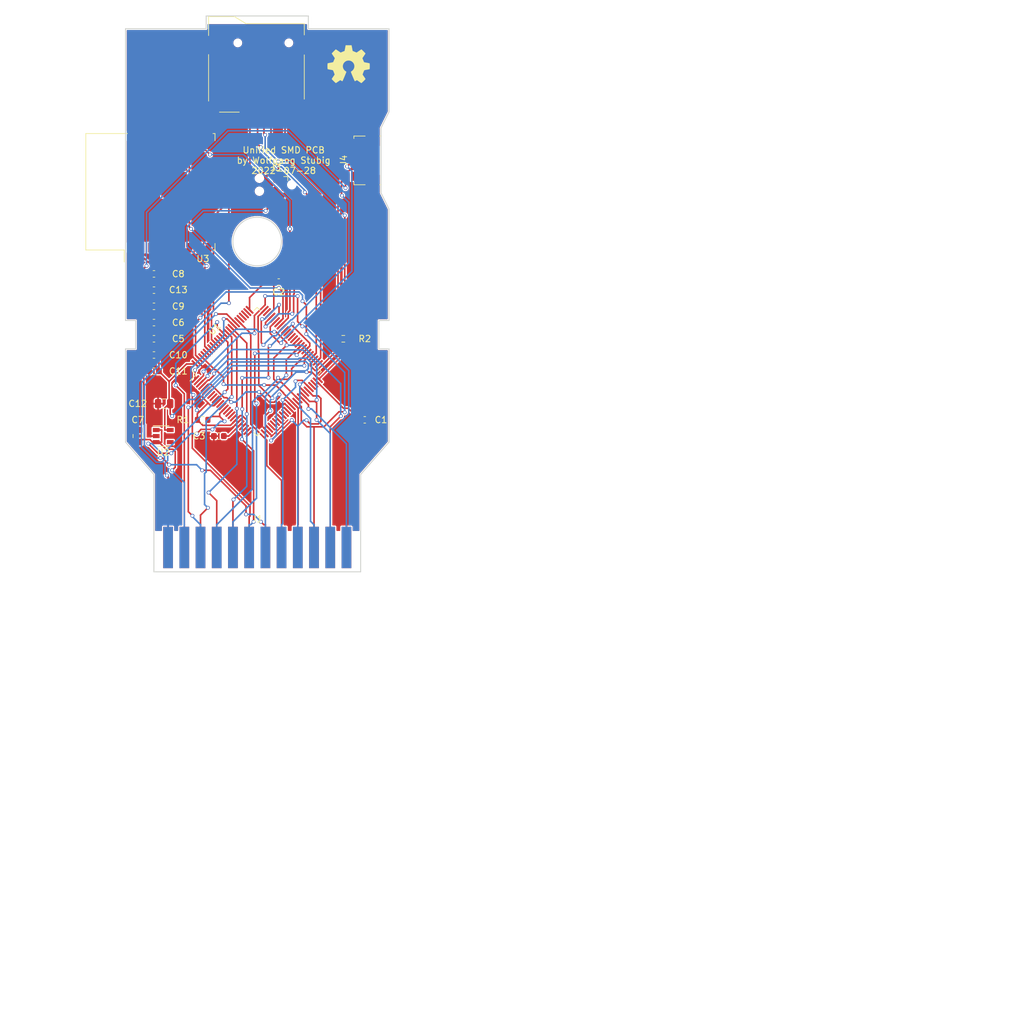
<source format=kicad_pcb>
(kicad_pcb (version 20211014) (generator pcbnew)
  (title_block (title "Unified SMD PCB") (rev "2"))
  (layers (0 "F.Cu" signal) (31 "B.Cu" signal) (34 "B.Paste" user) (35 "F.Paste" user) (36 "B.SilkS" user "B.Silkscreen") (37 "F.SilkS" user "F.Silkscreen") (38 "B.Mask" user) (39 "F.Mask" user) (44 "Edge.Cuts" user))
  (net 0 "")
  (net 1 "GND")
  (net 2 "Net-(C1-Pad1)")
  (net 3 "Net-(C2-Pad1)")
  (net 4 "Net-(C3-Pad1)")
  (net 5 "+3V3")
  (net 6 "+5V")
  (net 7 "/D4")
  (net 8 "/D3")
  (net 9 "/D2")
  (net 10 "/D1")
  (net 11 "/D0")
  (net 12 "/A0")
  (net 13 "/A1")
  (net 14 "/A2")
  (net 15 "/A3")
  (net 16 "/A4")
  (net 17 "/A5")
  (net 18 "/A6")
  (net 19 "/A7")
  (net 20 "/D5")
  (net 21 "/D6")
  (net 22 "/D7")
  (net 23 "/A12")
  (net 24 "/A10")
  (net 25 "/A11")
  (net 26 "/A9")
  (net 27 "/A8")
  (net 28 "/DO")
  (net 29 "/SCK")
  (net 30 "/DI")
  (net 31 "/CS")
  (net 32 "/SWDIO")
  (net 33 "/~{RST}")
  (net 34 "/SWCLK")
  (net 37 "/BOOT0")
  (net 92 "RxD")
  (net 93 "TxD")
  (net 94 "USBD-")
  (net 95 "USBD+")
  (net 97 "unconnected-(J4-Pad6)")
  (footprint "unocart-2600:2600-CARTRIDGE" (layer "F.Cu") (at 100 96.19)
    (fp_text reference "J1")
    (fp_text value "Conn_02x12_Counter_Clockwise" hide)
  )
  (footprint "Capacitor_SMD:C_0603_1608Metric" (layer "F.Cu") (at 83.82 63.5 180)
    (fp_text reference "C5")
    (fp_text value "100n")
  )
  (footprint "unocart-2600:microSD_HRO_TF_01A" (layer "F.Cu") (at 100 20.5 180)
    (fp_text reference "J2" hide)
    (fp_text value "Micro_SD_Card" hide)
  )
  (footprint "Resistor_SMD:R_0603_1608Metric" (layer "F.Cu") (at 113.475 63.5)
    (fp_text reference "R2")
    (fp_text value "10K")
  )
  (footprint "Package_TO_SOT_SMD:SOT-23-5" (layer "F.Cu") (at 85.27 78.74)
    (fp_text reference "U2")
    (fp_text value "MIC5504-3.3YM5")
  )
  (footprint "Capacitor_SMD:C_0805_2012Metric" (layer "F.Cu") (at 85.41 73.66 180)
    (fp_text reference "C12")
    (fp_text value "4.7u")
  )
  (footprint "Connector:Tag-Connect_TC2030-IDC-NL_2x03_P1.27mm_Vertical" (layer "F.Cu") (at 102.87 39.37 180)
    (fp_text reference "J3")
    (fp_text value "Conn_02x03_Odd_Even")
  )
  (footprint "Package_QFP:LQFP-100_14x14mm_P0.5mm" (layer "F.Cu") (at 99.98 68.635 45)
    (fp_text reference "U1")
    (fp_text value "STM32F407VGTx")
  )
  (footprint "Capacitor_SMD:C_0603_1608Metric" (layer "F.Cu") (at 83.82 68.58 180)
    (fp_text reference "C11")
    (fp_text value "100n")
  )
  (footprint "Resistor_SMD:R_0603_1608Metric" (layer "F.Cu") (at 91.44 76.2)
    (fp_text reference "R1")
    (fp_text value "10K")
  )
  (footprint "Capacitor_SMD:C_0603_1608Metric" (layer "F.Cu") (at 83.82 55.88 180)
    (fp_text reference "C13")
    (fp_text value "100n")
  )
  (footprint "Capacitor_SMD:C_0603_1608Metric" (layer "F.Cu") (at 83.82 60.96 180)
    (fp_text reference "C6")
    (fp_text value "100n")
  )
  (footprint "Capacitor_SMD:C_0603_1608Metric" (layer "F.Cu") (at 93.98 78.74 180)
    (fp_text reference "C3")
    (fp_text value "100n")
  )
  (footprint "Capacitor_SMD:C_0603_1608Metric" (layer "F.Cu") (at 103.365 54.61)
    (fp_text reference "C2")
    (fp_text value "2.2u")
  )
  (footprint "Capacitor_SMD:C_0603_1608Metric" (layer "F.Cu") (at 83.82 53.34 180)
    (fp_text reference "C8")
    (fp_text value "100n")
  )
  (footprint "Capacitor_SMD:C_0603_1608Metric" (layer "F.Cu") (at 83.82 66.04 180)
    (fp_text reference "C10")
    (fp_text value "100n")
  )
  (footprint "Capacitor_SMD:C_0603_1608Metric" (layer "F.Cu") (at 83.82 58.42 180)
    (fp_text reference "C9")
    (fp_text value "100n")
  )
  (footprint "Capacitor_SMD:C_0603_1608Metric" (layer "F.Cu") (at 116.84 76.2)
    (fp_text reference "C1")
    (fp_text value "2.2u")
  )
  (footprint "Capacitor_SMD:C_0805_2012Metric" (layer "F.Cu") (at 81.28 78.74 90)
    (fp_text reference "C7")
    (fp_text value "4.7u")
  )
  (footprint "Symbol:OSHW-Symbol_6.7x6mm_SilkScreen" (layer "F.Cu") (at 114.3 20.5)
    (fp_text reference "REF**" hide)
    (fp_text value "OSHW-Symbol_6.7x6mm_SilkScreen" hide)
  )
  (footprint "Connector_USB:USB_Micro-B_Molex_47346-0001" (layer "F.Cu") (at 116.84 35.56 90)
    (fp_text reference "J4")
    (fp_text value "USB_B_Micro")
  )
  (footprint "RF_Module:ESP-WROOM-02" (layer "F.Cu") (at 86.36 40.47 90)
    (fp_text reference "U3")
    (fp_text value "ESP-WROOM-02")
  )
  (gr_line (start 116.1925 84.76) (end 116.1925 100) (layer "Edge.Cuts") (width 0.15))
  (gr_line (start 108 14.93) (end 120.6375 14.93) (layer "Edge.Cuts") (width 0.15))
  (gr_line (start 92 12.93) (end 92 14.93) (layer "Edge.Cuts") (width 0.15))
  (gr_line (start 108 12.93) (end 108 14.93) (layer "Edge.Cuts") (width 0.15))
  (gr_line (start 120.6375 27.94) (end 120.6375 14.93) (layer "Edge.Cuts") (width 0.15))
  (gr_line (start 79.3625 60.63) (end 79.3625 14.93) (layer "Edge.Cuts") (width 0.15))
  (gr_line (start 79.3625 79.68) (end 79.3625 65.075) (layer "Edge.Cuts") (width 0.15))
  (gr_circle (center 99.98 48.26) (end 103.79 48.26) (layer "Edge.Cuts") (width 0.15) (fill none))
  (gr_line (start 119.38 30.48) (end 120.6375 27.94) (layer "Edge.Cuts") (width 0.15))
  (gr_line (start 80.95 65.075) (end 80.95 60.63) (layer "Edge.Cuts") (width 0.15))
  (gr_line (start 119.38 40.64) (end 120.6375 43.18) (layer "Edge.Cuts") (width 0.15))
  (gr_line (start 83.8075 100) (end 83.8075 84.76) (layer "Edge.Cuts") (width 0.15))
  (gr_line (start 83.8075 100) (end 116.1925 100) (layer "Edge.Cuts") (width 0.15))
  (gr_line (start 92 12.93) (end 108 12.93) (layer "Edge.Cuts") (width 0.15))
  (gr_line (start 80.95 60.63) (end 79.3625 60.63) (layer "Edge.Cuts") (width 0.15))
  (gr_line (start 120.6375 65.075) (end 120.6375 79.68) (layer "Edge.Cuts") (width 0.15))
  (gr_line (start 83.8075 84.76) (end 79.3625 79.68) (layer "Edge.Cuts") (width 0.15))
  (gr_line (start 79.3625 65.075) (end 80.95 65.075) (layer "Edge.Cuts") (width 0.15))
  (gr_line (start 79.3625 14.93) (end 92 14.93) (layer "Edge.Cuts") (width 0.15))
  (gr_line (start 120.6375 60.63) (end 120.6375 43.18) (layer "Edge.Cuts") (width 0.15))
  (gr_line (start 119.05 60.63) (end 119.05 65.075) (layer "Edge.Cuts") (width 0.15))
  (gr_line (start 120.6375 60.63) (end 119.05 60.63) (layer "Edge.Cuts") (width 0.15))
  (gr_line (start 120.6375 79.68) (end 116.1925 84.76) (layer "Edge.Cuts") (width 0.15))
  (gr_line (start 119.05 65.075) (end 120.6375 65.075) (layer "Edge.Cuts") (width 0.15))
  (gr_line (start 119.38 30.48) (end 119.38 40.64) (layer "Edge.Cuts") (width 0.15))
  (gr_text "Unified SMD PCB\nby Wolfgang Stubig\n2022-07-28" (at 104.14 35.56) (layer "F.SilkS") (effects (font (size 1 1))))
  (segment (start 113.97 92.2532) (end 113.97 96.19) (width 0.25) (layer "F.Cu") (net 1))
  (segment (start 86.03 92.0176) (end 86.03 96.19) (width 0.25) (layer "B.Cu") (net 1))
  (segment (start 114.2513 74.3863) (end 113.5094 74.3863) (width 0.25) (layer "F.Cu") (net 2))
  (segment (start 113.5094 74.3863) (end 109.2961 70.173) (width 0.25) (layer "F.Cu") (net 2))
  (segment (start 116.065 76.2) (end 114.2513 74.3863) (width 0.25) (layer "F.Cu") (net 2))
  (segment (start 102.59 54.61) (end 102.59 58.9539) (width 0.25) (layer "F.Cu") (net 3))
  (segment (start 102.59 58.9539) (end 101.8715 59.6724) (width 0.25) (layer "F.Cu") (net 3))
  (segment (start 95.5319 78.74) (end 97.3814 76.8905) (width 0.25) (layer "F.Cu") (net 4))
  (segment (start 94.755 78.74) (end 95.5319 78.74) (width 0.25) (layer "F.Cu") (net 4))
  (segment (start 101.253 75.5727) (end 101.253 76.9791) (width 0.25) (layer "F.Cu") (net 5))
  (segment (start 102.0392 74.7865) (end 101.253 75.5727) (width 0.25) (layer "F.Cu") (net 5))
  (segment (start 100.179 65.4849) (end 100.179 62.3765) (width 0.25) (layer "F.Cu") (net 5))
  (segment (start 81.86 48.1449) (end 80.36 48.1449) (width 0.25) (layer "F.Cu") (net 5))
  (segment (start 91.4586 72.7227) (end 91.4586 72.2067) (width 0.25) (layer "F.Cu") (net 5))
  (segment (start 100.239 70.7938) (end 100.239 65.5449) (width 0.25) (layer "F.Cu") (net 5))
  (segment (start 100.1315 59.9982) (end 101.1644 58.9653) (width 0.25) (layer "F.Cu") (net 5))
  (segment (start 93.2177 73.983) (end 92.7189 73.983) (width 0.25) (layer "F.Cu") (net 5))
  (segment (start 80.36 49.22) (end 80.36 48.1449) (width 0.25) (layer "F.Cu") (net 5))
  (segment (start 84.595 53.34) (end 84.595 53.2068) (width 0.25) (layer "F.Cu") (net 5))
  (segment (start 92.2937 73.5577) (end 91.4586 72.7227) (width 0.25) (layer "F.Cu") (net 5))
  (segment (start 90.3103 67.4506) (end 88.915 67.4506) (width 0.25) (layer "F.Cu") (net 5))
  (segment (start 98.3658 76.6131) (end 98.3658 76.2537) (width 0.25) (layer "F.Cu") (net 5))
  (segment (start 81.86 49.17) (end 81.86 49.22) (width 0.25) (layer "F.Cu") (net 5))
  (segment (start 81.86 49.17) (end 81.86 48.1449) (width 0.25) (layer "F.Cu") (net 5))
  (segment (start 82.911 51.4561) (end 82.8443 51.4561) (width 0.25) (layer "F.Cu") (net 5))
  (segment (start 101.05 31.3784) (end 101.2352 31.5636) (width 0.25) (layer "F.Cu") (net 5))
  (segment (start 113.7018 44.1857) (end 113.7018 62.9018) (width 0.25) (layer "F.Cu") (net 5))
  (segment (start 104.14 38.735) (end 103.3112 37.9062) (width 0.25) (layer "F.Cu") (net 5))
  (segment (start 86.36 73.66) (end 86.1903 73.66) (width 0.25) (layer "F.Cu") (net 5))
  (segment (start 84.595 53.34) (end 84.595 55.88) (width 0.25) (layer "F.Cu") (net 5))
  (segment (start 84.595 58.42) (end 84.595 60.96) (width 0.25) (layer "F.Cu") (net 5))
  (segment (start 84.595 58.42) (end 84.595 55.88) (width 0.25) (layer "F.Cu") (net 5))
  (segment (start 86.36 75.298) (end 86.36 73.66) (width 0.25) (layer "F.Cu") (net 5))
  (segment (start 85.5149 74.3354) (end 86.1903 73.66) (width 0.25) (layer "F.Cu") (net 5))
  (segment (start 88.915 67.4506) (end 86.1903 70.1753) (width 0.25) (layer "F.Cu") (net 5))
  (segment (start 109.6497 69.8194) (end 108.5502 68.7199) (width 0.25) (layer "F.Cu") (net 5))
  (segment (start 84.595 68.58) (end 84.595 66.04) (width 0.25) (layer "F.Cu") (net 5))
  (segment (start 113.7018 62.9018) (end 114.3 63.5) (width 0.25) (layer "F.Cu") (net 5))
  (segment (start 90.615 75.2364) (end 90.8464 75.005) (width 0.25) (layer "F.Cu") (net 5))
  (segment (start 97.6484 75.5363) (end 97.3214 75.5363) (width 0.25) (layer "F.Cu") (net 5))
  (segment (start 97.3214 75.5363) (end 96.6743 76.1834) (width 0.25) (layer "F.Cu") (net 5))
  (segment (start 91.475 77.06) (end 95.7977 77.06) (width 0.25) (layer "F.Cu") (net 5))
  (segment (start 82.8443 51.4561) (end 81.86 50.4718) (width 0.25) (layer "F.Cu") (net 5))
  (segment (start 114.3 65.1691) (end 109.6497 69.8194) (width 0.25) (layer "F.Cu") (net 5))
  (segment (start 90.615 76.2) (end 91.475 77.06) (width 0.25) (layer "F.Cu") (net 5))
  (segment (start 101.05 27.95) (end 101.05 31.3784) (width 0.25) (layer "F.Cu") (net 5))
  (segment (start 83.2771 51.8222) (end 82.911 51.4561) (width 0.25) (layer "F.Cu") (net 5))
  (segment (start 95.7977 77.06) (end 96.6743 76.1834) (width 0.25) (layer "F.Cu") (net 5))
  (segment (start 91.4586 72.2067) (end 92.0781 71.5872) (width 0.25) (layer "F.Cu") (net 5))
  (segment (start 86.37 77.79) (end 85.5149 77.79) (width 0.25) (layer "F.Cu") (net 5))
  (segment (start 102.2377 72.7925) (end 100.239 70.7938) (width 0.25) (layer "F.Cu") (net 5))
  (segment (start 90.615 76.2) (end 90.615 75.2364) (width 0.25) (layer "F.Cu") (net 5))
  (segment (start 100.179 62.3765) (end 100.1315 62.329) (width 0.25) (layer "F.Cu") (net 5))
  (segment (start 102.359 72.7925) (end 102.2377 72.7925) (width 0.25) (layer "F.Cu") (net 5))
  (segment (start 93.8458 73.3549) (end 93.2177 73.983) (width 0.25) (layer "F.Cu") (net 5))
  (segment (start 97.7349 77.244) (end 98.3658 76.6131) (width 0.25) (layer "F.Cu") (net 5))
  (segment (start 86.1903 70.1753) (end 84.595 68.58) (width 0.25) (layer "F.Cu") (net 5))
  (segment (start 98.3658 76.2537) (end 97.6484 75.5363) (width 0.25) (layer "F.Cu") (net 5))
  (segment (start 100.239 65.5449) (end 100.179 65.4849) (width 0.25) (layer "F.Cu") (net 5))
  (segment (start 84.595 66.04) (end 84.595 63.5) (width 0.25) (layer "F.Cu") (net 5))
  (segment (start 90.8464 75.005) (end 92.2937 73.5577) (width 0.25) (layer "F.Cu") (net 5))
  (segment (start 81.86 50.4718) (end 81.86 49.22) (width 0.25) (layer "F.Cu") (net 5))
  (segment (start 86.669 75.607) (end 86.36 75.298) (width 0.25) (layer "F.Cu") (net 5))
  (segment (start 90.8464 75.005) (end 90.5343 74.6929) (width 0.25) (layer "F.Cu") (net 5))
  (segment (start 92.7189 73.983) (end 92.2937 73.5577) (width 0.25) (layer "F.Cu") (net 5))
  (segment (start 108.5502 68.7199) (end 107.7213 68.7199) (width 0.25) (layer "F.Cu") (net 5))
  (segment (start 114.3 63.5) (end 114.3 65.1691) (width 0.25) (layer "F.Cu") (net 5))
  (segment (start 85.5149 77.79) (end 85.5149 74.3354) (width 0.25) (layer "F.Cu") (net 5))
  (segment (start 103.3112 37.9062) (end 103.3112 35.7541) (width 0.25) (layer "F.Cu") (net 5))
  (segment (start 86.1903 73.66) (end 86.1903 70.1753) (width 0.25) (layer "F.Cu") (net 5))
  (segment (start 84.595 60.96) (end 84.595 63.5) (width 0.25) (layer "F.Cu") (net 5))
  (segment (start 100.1315 62.329) (end 100.1315 59.9982) (width 0.25) (layer "F.Cu") (net 5))
  (segment (start 83.2771 51.8889) (end 83.2771 51.8222) (width 0.25) (layer "F.Cu") (net 5))
  (segment (start 101.253 76.9791) (end 101.8715 77.5976) (width 0.25) (layer "F.Cu") (net 5))
  (segment (start 84.595 53.2068) (end 83.2771 51.8889) (width 0.25) (layer "F.Cu") (net 5))
  (via (at 113.7018 44.1857) (size 0.6) (drill 0.4) (layers "F.Cu" "B.Cu") (net 5))
  (via (at 107.7213 68.7199) (size 0.6) (drill 0.4) (layers "F.Cu" "B.Cu") (net 5))
  (via (at 103.3112 35.7541) (size 0.6) (drill 0.4) (layers "F.Cu" "B.Cu") (net 5))
  (via (at 101.2352 31.5636) (size 0.6) (drill 0.4) (layers "F.Cu" "B.Cu") (net 5))
  (via (at 102.359 72.7925) (size 0.6) (drill 0.4) (layers "F.Cu" "B.Cu") (net 5))
  (via (at 90.5343 74.6929) (size 0.6) (drill 0.4) (layers "F.Cu" "B.Cu") (net 5))
  (via (at 102.0392 74.7865) (size 0.6) (drill 0.4) (layers "F.Cu" "B.Cu") (net 5))
  (via (at 86.669 75.607) (size 0.6) (drill 0.4) (layers "F.Cu" "B.Cu") (net 5))
  (segment (start 102.359 72.4521) (end 102.359 72.7925) (width 0.25) (layer "B.Cu") (net 5))
  (segment (start 105.2702 35.7541) (end 103.3112 35.7541) (width 0.25) (layer "B.Cu") (net 5))
  (segment (start 101.2352 33.6781) (end 103.3112 35.7541) (width 0.25) (layer "B.Cu") (net 5))
  (segment (start 90.5343 74.6929) (end 90.5343 73.9002) (width 0.25) (layer "B.Cu") (net 5))
  (segment (start 107.5815 67.0423) (end 107.9957 67.4565) (width 0.25) (layer "B.Cu") (net 5))
  (segment (start 90.5343 73.9002) (end 95.8989 68.5356) (width 0.25) (layer "B.Cu") (net 5))
  (segment (start 102.0392 73.1123) (end 102.0392 74.7865) (width 0.25) (layer "B.Cu") (net 5))
  (segment (start 107.9957 67.4565) (end 107.9957 68.1695) (width 0.25) (layer "B.Cu") (net 5))
  (segment (start 95.8989 68.5356) (end 107.6296 68.5356) (width 0.25) (layer "B.Cu") (net 5))
  (segment (start 96.0309 67.1303) (end 106.6226 67.1303) (width 0.25) (layer "B.Cu") (net 5))
  (segment (start 107.9957 68.1695) (end 107.6296 68.5356) (width 0.25) (layer "B.Cu") (net 5))
  (segment (start 106.7106 67.0423) (end 107.5815 67.0423) (width 0.25) (layer "B.Cu") (net 5))
  (segment (start 106.0912 68.7199) (end 102.359 72.4521) (width 0.25) (layer "B.Cu") (net 5))
  (segment (start 86.669 75.607) (end 89.276 73) (width 0.25) (layer "B.Cu") (net 5))
  (segment (start 89.276 73) (end 90.1612 73) (width 0.25) (layer "B.Cu") (net 5))
  (segment (start 107.6296 68.7199) (end 106.0912 68.7199) (width 0.25) (layer "B.Cu") (net 5))
  (segment (start 113.7018 44.1857) (end 105.2702 35.7541) (width 0.25) (layer "B.Cu") (net 5))
  (segment (start 102.359 72.7925) (end 102.0392 73.1123) (width 0.25) (layer "B.Cu") (net 5))
  (segment (start 106.6226 67.1303) (end 106.7106 67.0423) (width 0.25) (layer "B.Cu") (net 5))
  (segment (start 107.6296 68.7199) (end 107.7213 68.7199) (width 0.25) (layer "B.Cu") (net 5))
  (segment (start 101.2352 31.5636) (end 101.2352 33.6781) (width 0.25) (layer "B.Cu") (net 5))
  (segment (start 107.6296 68.5356) (end 107.6296 68.7199) (width 0.25) (layer "B.Cu") (net 5))
  (segment (start 90.1612 73) (end 96.0309 67.1303) (width 0.25) (layer "B.Cu") (net 5))
  (segment (start 113.8219 37.7235) (end 113.8219 39.8883) (width 0.25) (layer "F.Cu") (net 6))
  (segment (start 86.669 84.1005) (end 87.1543 83.6152) (width 0.25) (layer "F.Cu") (net 6))
  (segment (start 84.5976 79.69) (end 85.0251 79.69) (width 0.25) (layer "F.Cu") (net 6))
  (segment (start 82.652 52.0812) (end 82.2201 52.5131) (width 0.25) (layer "F.Cu") (net 6))
  (segment (start 84.17 77.79) (end 85.0251 77.79) (width 0.25) (layer "F.Cu") (net 6))
  (segment (start 86.7882 80.8078) (end 85.7154 80.8078) (width 0.25) (layer "F.Cu") (net 6))
  (segment (start 83.1916 79.2899) (end 82.3415 79.2899) (width 0.25) (layer "F.Cu") (net 6))
  (segment (start 82.2201 52.5131) (end 82.2201 76.8652) (width 0.25) (layer "F.Cu") (net 6))
  (segment (start 85.0251 77.79) (end 85.0251 79.69) (width 0.25) (layer "F.Cu") (net 6))
  (segment (start 83.5917 79.69) (end 83.1916 79.2899) (width 0.25) (layer "F.Cu") (net 6))
  (segment (start 84.17 79.69) (end 83.5917 79.69) (width 0.25) (layer "F.Cu") (net 6))
  (segment (start 87.1543 83.6152) (end 87.1543 81.1739) (width 0.25) (layer "F.Cu") (net 6))
  (segment (start 84.17 79.69) (end 84.5976 79.69) (width 0.25) (layer "F.Cu") (net 6))
  (segment (start 114.6854 36.86) (end 113.8219 37.7235) (width 0.25) (layer "F.Cu") (net 6))
  (segment (start 82.2201 76.8652) (end 82.3415 76.9866) (width 0.25) (layer "F.Cu") (net 6))
  (segment (start 87.1543 81.1739) (end 86.7882 80.8078) (width 0.25) (layer "F.Cu") (net 6))
  (segment (start 82.3415 79.2899) (end 81.6801 79.2899) (width 0.25) (layer "F.Cu") (net 6))
  (segment (start 82.3415 76.9866) (end 82.3415 79.2899) (width 0.25) (layer "F.Cu") (net 6))
  (segment (start 115.38 36.86) (end 114.6854 36.86) (width 0.25) (layer "F.Cu") (net 6))
  (segment (start 85.7154 80.8078) (end 84.5976 79.69) (width 0.25) (layer "F.Cu") (net 6))
  (segment (start 81.6801 79.2899) (end 81.28 79.69) (width 0.25) (layer "F.Cu") (net 6))
  (via (at 82.652 52.0812) (size 0.6) (drill 0.4) (layers "F.Cu" "B.Cu") (net 6))
  (via (at 113.8219 39.8883) (size 0.6) (drill 0.4) (layers "F.Cu" "B.Cu") (net 6))
  (via (at 86.669 84.1005) (size 0.6) (drill 0.4) (layers "F.Cu" "B.Cu") (net 6))
  (segment (start 104.8589 30.9253) (end 95.4143 30.9253) (width 0.25) (layer "B.Cu") (net 6))
  (segment (start 113.8219 39.8883) (end 104.8589 30.9253) (width 0.25) (layer "B.Cu") (net 6))
  (segment (start 88.57 96.19) (end 88.57 92.6264) (width 0.25) (layer "B.Cu") (net 6))
  (segment (start 95.4143 30.9253) (end 82.652 43.6876) (width 0.25) (layer "B.Cu") (net 6))
  (segment (start 88.57 92.6264) (end 88.57 86.0015) (width 0.25) (layer "B.Cu") (net 6))
  (segment (start 82.652 43.6876) (end 82.652 52.0812) (width 0.25) (layer "B.Cu") (net 6))
  (segment (start 88.57 86.0015) (end 86.669 84.1005) (width 0.25) (layer "B.Cu") (net 6))
  (segment (start 91.0354 70.5265) (end 91.0174 70.5265) (width 0.25) (layer "F.Cu") (net 7))
  (segment (start 92.2104 69.3515) (end 91.0354 70.5265) (width 0.25) (layer "F.Cu") (net 7))
  (segment (start 109.2978 73.5487) (end 109.2978 76.2077) (width 0.25) (layer "F.Cu") (net 7))
  (segment (start 107.1748 72.2943) (end 108.201 73.3205) (width 0.25) (layer "F.Cu") (net 7))
  (segment (start 109.0696 73.3205) (end 109.2978 73.5487) (width 0.25) (layer "F.Cu") (net 7))
  (segment (start 108.201 73.3205) (end 109.0696 73.3205) (width 0.25) (layer "F.Cu") (net 7))
  (segment (start 109.0696 73.3205) (end 109.3115 73.0786) (width 0.25) (layer "F.Cu") (net 7))
  (via (at 92.2104 69.3515) (size 0.6) (drill 0.4) (layers "F.Cu" "B.Cu") (net 7))
  (via (at 109.2978 76.2077) (size 0.6) (drill 0.4) (layers "F.Cu" "B.Cu") (net 7))
  (via (at 109.3115 73.0786) (size 0.6) (drill 0.4) (layers "F.Cu" "B.Cu") (net 7))
  (segment (start 96.1251 65.1787) (end 92.2104 69.0934) (width 0.25) (layer "B.Cu") (net 7))
  (segment (start 101.7024 65.2434) (end 101.6377 65.1787) (width 0.25) (layer "B.Cu") (net 7))
  (segment (start 92.2104 69.0934) (end 92.2104 69.3515) (width 0.25) (layer "B.Cu") (net 7))
  (segment (start 107.1459 65.2434) (end 101.7024 65.2434) (width 0.25) (layer "B.Cu") (net 7))
  (segment (start 101.6377 65.1787) (end 96.1251 65.1787) (width 0.25) (layer "B.Cu") (net 7))
  (segment (start 109.2978 76.2077) (end 111.43 78.3399) (width 0.25) (layer "B.Cu") (net 7))
  (segment (start 111.43 78.3399) (end 111.43 96.19) (width 0.25) (layer "B.Cu") (net 7))
  (segment (start 109.3115 67.409) (end 107.1459 65.2434) (width 0.25) (layer "B.Cu") (net 7))
  (segment (start 109.3115 73.0786) (end 109.3115 67.409) (width 0.25) (layer "B.Cu") (net 7))
  (segment (start 107.0657 61.5444) (end 106.3199 60.7986) (width 0.25) (layer "F.Cu") (net 8))
  (segment (start 101.2329 56.809) (end 101.2329 58.1899) (width 0.25) (layer "F.Cu") (net 8))
  (segment (start 99.5539 59.8689) (end 99.5539 62.6355) (width 0.25) (layer "F.Cu") (net 8))
  (segment (start 101.2329 58.1899) (end 99.5539 59.8689) (width 0.25) (layer "F.Cu") (net 8))
  (segment (start 106.3199 60.7986) (end 106.3199 56.809) (width 0.25) (layer "F.Cu") (net 8))
  (segment (start 108.0225 73.849) (end 108.0225 74.486) (width 0.25) (layer "F.Cu") (net 8))
  (segment (start 91.5774 69.2595) (end 90.6639 70.173) (width 0.25) (layer "F.Cu") (net 8))
  (segment (start 91.5774 68.642) (end 91.5774 69.2595) (width 0.25) (layer "F.Cu") (net 8))
  (segment (start 106.8213 72.6478) (end 108.0225 73.849) (width 0.25) (layer "F.Cu") (net 8))
  (via (at 99.5539 62.6355) (size 0.6) (drill 0.4) (layers "F.Cu" "B.Cu") (net 8))
  (via (at 101.2329 56.809) (size 0.6) (drill 0.4) (layers "F.Cu" "B.Cu") (net 8))
  (via (at 91.5774 68.642) (size 0.6) (drill 0.4) (layers "F.Cu" "B.Cu") (net 8))
  (via (at 107.0657 61.5444) (size 0.6) (drill 0.4) (layers "F.Cu" "B.Cu") (net 8))
  (via (at 108.0225 74.486) (size 0.6) (drill 0.4) (layers "F.Cu" "B.Cu") (net 8))
  (via (at 106.3199 56.809) (size 0.6) (drill 0.4) (layers "F.Cu" "B.Cu") (net 8))
  (segment (start 107.4021 61.5444) (end 114.3384 68.4807) (width 0.25) (layer "B.Cu") (net 8))
  (segment (start 113.97 79.956) (end 113.97 96.19) (width 0.25) (layer "B.Cu") (net 8))
  (segment (start 97.5839 62.6355) (end 91.5774 68.642) (width 0.25) (layer "B.Cu") (net 8))
  (segment (start 107.0657 61.5444) (end 107.4021 61.5444) (width 0.25) (layer "B.Cu") (net 8))
  (segment (start 114.3384 75.2696) (end 111.811 77.797) (width 0.25) (layer "B.Cu") (net 8))
  (segment (start 114.3384 68.4807) (end 114.3384 75.2696) (width 0.25) (layer "B.Cu") (net 8))
  (segment (start 99.5539 62.6355) (end 97.5839 62.6355) (width 0.25) (layer "B.Cu") (net 8))
  (segment (start 106.3199 56.809) (end 101.2329 56.809) (width 0.25) (layer "B.Cu") (net 8))
  (segment (start 111.811 77.797) (end 113.97 79.956) (width 0.25) (layer "B.Cu") (net 8))
  (segment (start 108.0225 74.486) (end 108.5 74.486) (width 0.25) (layer "B.Cu") (net 8))
  (segment (start 108.5 74.486) (end 111.811 77.797) (width 0.25) (layer "B.Cu") (net 8))
  (segment (start 113.0889 75.617) (end 111.43 77.2759) (width 0.25) (layer "F.Cu") (net 9))
  (segment (start 103.7708 70.3045) (end 103.061 70.3045) (width 0.25) (layer "F.Cu") (net 9))
  (segment (start 102.6584 62.4069) (end 102.9253 62.4069) (width 0.25) (layer "F.Cu") (net 9))
  (segment (start 103.061 70.3045) (end 102.5864 69.8299) (width 0.25) (layer "F.Cu") (net 9))
  (segment (start 90.3103 69.8194) (end 90.2363 69.7454) (width 0.25) (layer "F.Cu") (net 9))
  (segment (start 90.2363 69.7454) (end 90.2363 68.4073) (width 0.25) (layer "F.Cu") (net 9))
  (segment (start 102.5864 69.8299) (end 102.5864 66.5283) (width 0.25) (layer "F.Cu") (net 9))
  (segment (start 102.5864 66.5283) (end 104.6065 64.5082) (width 0.25) (layer "F.Cu") (net 9))
  (segment (start 102.9253 62.4069) (end 104.6065 64.0881) (width 0.25) (layer "F.Cu") (net 9))
  (segment (start 111.43 77.2759) (end 111.43 96.19) (width 0.25) (layer "F.Cu") (net 9))
  (segment (start 104.6065 64.0881) (end 104.6065 64.5082) (width 0.25) (layer "F.Cu") (net 9))
  (segment (start 106.4677 73.0014) (end 103.7708 70.3045) (width 0.25) (layer "F.Cu") (net 9))
  (via (at 90.2363 68.4073) (size 0.6) (drill 0.4) (layers "F.Cu" "B.Cu") (net 9))
  (via (at 102.6584 62.4069) (size 0.6) (drill 0.4) (layers "F.Cu" "B.Cu") (net 9))
  (via (at 104.6065 64.5082) (size 0.6) (drill 0.4) (layers "F.Cu" "B.Cu") (net 9))
  (via (at 113.0889 75.617) (size 0.6) (drill 0.4) (layers "F.Cu" "B.Cu") (net 9))
  (segment (start 102.6584 62.4069) (end 100.2094 62.4069) (width 0.25) (layer "B.Cu") (net 9))
  (segment (start 107.056 64.5082) (end 113.0701 70.5223) (width 0.25) (layer "B.Cu") (net 9))
  (segment (start 100.2094 62.4069) (end 99.8129 62.0104) (width 0.25) (layer "B.Cu") (net 9))
  (segment (start 99.8129 62.0104) (end 96.6332 62.0104) (width 0.25) (layer "B.Cu") (net 9))
  (segment (start 104.6065 64.5082) (end 107.056 64.5082) (width 0.25) (layer "B.Cu") (net 9))
  (segment (start 113.0701 70.5223) (end 113.0701 75.5982) (width 0.25) (layer "B.Cu") (net 9))
  (segment (start 113.0701 75.5982) (end 113.0889 75.617) (width 0.25) (layer "B.Cu") (net 9))
  (segment (start 96.6332 62.0104) (end 90.2363 68.4073) (width 0.25) (layer "B.Cu") (net 9))
  (segment (start 113.6952 75.0114) (end 113.6093 74.9255) (width 0.25) (layer "F.Cu") (net 10))
  (segment (start 108.89 77.286) (end 108.89 92.6264) (width 0.25) (layer "F.Cu") (net 10))
  (segment (start 90.3324 66.0585) (end 90.3324 60.9552) (width 0.25) (layer "F.Cu") (net 10))
  (segment (start 106.8994 76.4152) (end 106.8994 74.1401) (width 0.25) (layer "F.Cu") (net 10))
  (segment (start 90.3324 60.9552) (end 91.0798 60.2078) (width 0.25) (layer "F.Cu") (net 10))
  (segment (start 91.0174 66.7435) (end 90.3324 66.0585) (width 0.25) (layer "F.Cu") (net 10))
  (segment (start 108.89 77.286) (end 107.7702 77.286) (width 0.25) (layer "F.Cu") (net 10))
  (segment (start 107.6908 62.7458) (end 107.6908 58.2031) (width 0.25) (layer "F.Cu") (net 10))
  (segment (start 108.89 96.19) (end 108.89 92.6264) (width 0.25) (layer "F.Cu") (net 10))
  (segment (start 106.8994 74.1401) (end 106.1142 73.3549) (width 0.25) (layer "F.Cu") (net 10))
  (segment (start 107.6759 62.7607) (end 107.6908 62.7458) (width 0.25) (layer "F.Cu") (net 10))
  (segment (start 113.6093 74.9255) (end 112.8072 74.9255) (width 0.25) (layer "F.Cu") (net 10))
  (segment (start 107.6908 58.2031) (end 107.0961 57.6084) (width 0.25) (layer "F.Cu") (net 10))
  (segment (start 112.8072 74.9255) (end 110.4467 77.286) (width 0.25) (layer "F.Cu") (net 10))
  (segment (start 107.7702 77.286) (end 106.8994 76.4152) (width 0.25) (layer "F.Cu") (net 10))
  (segment (start 110.4467 77.286) (end 108.89 77.286) (width 0.25) (layer "F.Cu") (net 10))
  (via (at 107.6759 62.7607) (size 0.6) (drill 0.4) (layers "F.Cu" "B.Cu") (net 10))
  (via (at 91.0798 60.2078) (size 0.6) (drill 0.4) (layers "F.Cu" "B.Cu") (net 10))
  (via (at 113.6952 75.0114) (size 0.6) (drill 0.4) (layers "F.Cu" "B.Cu") (net 10))
  (via (at 107.0961 57.6084) (size 0.6) (drill 0.4) (layers "F.Cu" "B.Cu") (net 10))
  (segment (start 95.1187 56.1689) (end 91.0798 60.2078) (width 0.25) (layer "B.Cu") (net 10))
  (segment (start 107.0961 56.7011) (end 106.5639 56.1689) (width 0.25) (layer "B.Cu") (net 10))
  (segment (start 107.0961 57.6084) (end 107.0961 56.7011) (width 0.25) (layer "B.Cu") (net 10))
  (segment (start 107.6759 62.7607) (end 113.6952 68.78) (width 0.25) (layer "B.Cu") (net 10))
  (segment (start 113.6952 68.78) (end 113.6952 75.0114) (width 0.25) (layer "B.Cu") (net 10))
  (segment (start 106.5639 56.1689) (end 95.1187 56.1689) (width 0.25) (layer "B.Cu") (net 10))
  (segment (start 93.3157 68.3346) (end 91.371 66.3899) (width 0.25) (layer "F.Cu") (net 11))
  (segment (start 101.0889 70.7546) (end 102.8774 70.7546) (width 0.25) (layer "F.Cu") (net 11))
  (segment (start 101.0702 70.7359) (end 101.0889 70.7546) (width 0.25) (layer "F.Cu") (net 11))
  (segment (start 102.8774 70.7546) (end 104.0987 71.9759) (width 0.25) (layer "F.Cu") (net 11))
  (segment (start 104.0987 71.9759) (end 104.0987 72.0466) (width 0.25) (layer "F.Cu") (net 11))
  (segment (start 94.7195 70.5994) (end 94.7195 69.5572) (width 0.25) (layer "F.Cu") (net 11))
  (segment (start 93.4969 68.3346) (end 93.3157 68.3346) (width 0.25) (layer "F.Cu") (net 11))
  (segment (start 106.4016 92.5748) (end 106.35 92.6264) (width 0.25) (layer "F.Cu") (net 11))
  (segment (start 105.7606 73.7085) (end 106.4016 74.3495) (width 0.25) (layer "F.Cu") (net 11))
  (segment (start 106.4016 74.3495) (end 106.4016 92.5748) (width 0.25) (layer "F.Cu") (net 11))
  (segment (start 104.0987 72.0466) (end 105.7606 73.7085) (width 0.25) (layer "F.Cu") (net 11))
  (segment (start 106.35 96.19) (end 106.35 92.6264) (width 0.25) (layer "F.Cu") (net 11))
  (segment (start 94.7195 69.5572) (end 93.4969 68.3346) (width 0.25) (layer "F.Cu") (net 11))
  (via (at 101.0702 70.7359) (size 0.6) (drill 0.4) (layers "F.Cu" "B.Cu") (net 11))
  (via (at 94.7195 70.5994) (size 0.6) (drill 0.4) (layers "F.Cu" "B.Cu") (net 11))
  (segment (start 94.856 70.7359) (end 101.0702 70.7359) (width 0.25) (layer "B.Cu") (net 11))
  (segment (start 94.7195 70.5994) (end 94.856 70.7359) (width 0.25) (layer "B.Cu") (net 11))
  (segment (start 98.982 76.8852) (end 101.495 79.3982) (width 0.25) (layer "F.Cu") (net 12))
  (segment (start 101.495 79.3982) (end 101.495 83.3828) (width 0.25) (layer "F.Cu") (net 12))
  (segment (start 98.9288 62.6341) (end 98.9288 62.8944) (width 0.25) (layer "F.Cu") (net 12))
  (segment (start 103.81 85.6978) (end 103.81 96.19) (width 0.25) (layer "F.Cu") (net 12))
  (segment (start 98.9288 62.8944) (end 98.982 62.9476) (width 0.25) (layer "F.Cu") (net 12))
  (segment (start 98.982 62.9476) (end 98.982 76.8852) (width 0.25) (layer "F.Cu") (net 12))
  (segment (start 97.0278 60.7331) (end 98.9288 62.6341) (width 0.25) (layer "F.Cu") (net 12))
  (segment (start 101.495 83.3828) (end 103.81 85.6978) (width 0.25) (layer "F.Cu") (net 12))
  (segment (start 98.2357 89.6803) (end 98.2357 91.0037) (width 0.25) (layer "F.Cu") (net 13))
  (segment (start 95.2112 59.6235) (end 93.5097 59.6235) (width 0.25) (layer "F.Cu") (net 13))
  (segment (start 100.5729 92.1622) (end 101.0371 92.6264) (width 0.25) (layer "F.Cu") (net 13))
  (segment (start 96.6743 61.0866) (end 95.2112 59.6235) (width 0.25) (layer "F.Cu") (net 13))
  (segment (start 101.0371 92.6264) (end 101.27 92.6264) (width 0.25) (layer "F.Cu") (net 13))
  (segment (start 85.1392 82.1776) (end 84.8256 82.1776) (width 0.25) (layer "F.Cu") (net 13))
  (segment (start 92.6559 84.1005) (end 98.2357 89.6803) (width 0.25) (layer "F.Cu") (net 13))
  (segment (start 91.3674 84.1005) (end 92.6559 84.1005) (width 0.25) (layer "F.Cu") (net 13))
  (segment (start 101.27 96.19) (end 101.27 92.6264) (width 0.25) (layer "F.Cu") (net 13))
  (segment (start 86.1848 83.2232) (end 85.1392 82.1776) (width 0.25) (layer "F.Cu") (net 13))
  (via (at 93.5097 59.6235) (size 0.6) (drill 0.4) (layers "F.Cu" "B.Cu") (net 13))
  (via (at 84.8256 82.1776) (size 0.6) (drill 0.4) (layers "F.Cu" "B.Cu") (net 13))
  (via (at 86.1848 83.2232) (size 0.6) (drill 0.4) (layers "F.Cu" "B.Cu") (net 13))
  (via (at 91.3674 84.1005) (size 0.6) (drill 0.4) (layers "F.Cu" "B.Cu") (net 13))
  (via (at 100.5729 92.1622) (size 0.6) (drill 0.4) (layers "F.Cu" "B.Cu") (net 13))
  (via (at 98.2357 91.0037) (size 0.6) (drill 0.4) (layers "F.Cu" "B.Cu") (net 13))
  (segment (start 82.3074 70.8258) (end 82.3074 80.233) (width 0.25) (layer "B.Cu") (net 13))
  (segment (start 98.2357 91.0037) (end 99.4144 91.0037) (width 0.25) (layer "B.Cu") (net 13))
  (segment (start 90.4901 83.2232) (end 91.3674 84.1005) (width 0.25) (layer "B.Cu") (net 13))
  (segment (start 84.2519 82.1775) (end 84.8256 82.1775) (width 0.25) (layer "B.Cu") (net 13))
  (segment (start 93.5097 59.6235) (end 82.3074 70.8258) (width 0.25) (layer "B.Cu") (net 13))
  (segment (start 82.3074 80.233) (end 84.2519 82.1775) (width 0.25) (layer "B.Cu") (net 13))
  (segment (start 84.8256 82.1775) (end 84.8256 82.1776) (width 0.25) (layer "B.Cu") (net 13))
  (segment (start 99.4144 91.0037) (end 100.5729 92.1622) (width 0.25) (layer "B.Cu") (net 13))
  (segment (start 86.1848 83.2232) (end 90.4901 83.2232) (width 0.25) (layer "B.Cu") (net 13))
  (segment (start 89.8307 80.6386) (end 89.8307 72.4464) (width 0.25) (layer "F.Cu") (net 14))
  (segment (start 98.73 96.19) (end 98.73 91.3935) (width 0.25) (layer "F.Cu") (net 14))
  (segment (start 98.73 91.3935) (end 98.8608 91.2627) (width 0.25) (layer "F.Cu") (net 14))
  (segment (start 89.8307 72.4464) (end 89.9878 72.2893) (width 0.25) (layer "F.Cu") (net 14))
  (segment (start 94.7457 60.3954) (end 95.2759 60.3954) (width 0.25) (layer "F.Cu") (net 14))
  (segment (start 95.2759 60.3954) (end 96.3207 61.4402) (width 0.25) (layer "F.Cu") (net 14))
  (segment (start 98.8608 91.2627) (end 98.8608 89.6687) (width 0.25) (layer "F.Cu") (net 14))
  (segment (start 98.8608 89.6687) (end 89.8307 80.6386) (width 0.25) (layer "F.Cu") (net 14))
  (via (at 94.7457 60.3954) (size 0.6) (drill 0.4) (layers "F.Cu" "B.Cu") (net 14))
  (via (at 89.9878 72.2893) (size 0.6) (drill 0.4) (layers "F.Cu" "B.Cu") (net 14))
  (segment (start 89.6112 71.9127) (end 89.6112 68.1484) (width 0.25) (layer "B.Cu") (net 14))
  (segment (start 89.9878 72.2893) (end 89.6112 71.9127) (width 0.25) (layer "B.Cu") (net 14))
  (segment (start 94.7457 63.0139) (end 94.7457 60.3954) (width 0.25) (layer "B.Cu") (net 14))
  (segment (start 89.6112 68.1484) (end 94.7457 63.0139) (width 0.25) (layer "B.Cu") (net 14))
  (segment (start 96.2784 88.6869) (end 96.19 88.7753) (width 0.25) (layer "F.Cu") (net 15))
  (segment (start 95.9672 61.7937) (end 98.3569 64.1834) (width 0.25) (layer "F.Cu") (net 15))
  (segment (start 96.19 88.7753) (end 96.19 96.19) (width 0.25) (layer "F.Cu") (net 15))
  (segment (start 98.3569 64.1834) (end 98.3569 75.2907) (width 0.25) (layer "F.Cu") (net 15))
  (via (at 96.2784 88.6869) (size 0.6) (drill 0.4) (layers "F.Cu" "B.Cu") (net 15))
  (via (at 98.3569 75.2907) (size 0.6) (drill 0.4) (layers "F.Cu" "B.Cu") (net 15))
  (segment (start 98.3569 75.2907) (end 98.3569 86.6084) (width 0.25) (layer "B.Cu") (net 15))
  (segment (start 98.3569 86.6084) (end 96.2784 88.6869) (width 0.25) (layer "B.Cu") (net 15))
  (segment (start 92.3748 87.5919) (end 93.65 88.8671) (width 0.25) (layer "F.Cu") (net 16))
  (segment (start 96.8011 63.3348) (end 95.6136 62.1473) (width 0.25) (layer "F.Cu") (net 16))
  (segment (start 93.65 88.8671) (end 93.65 96.19) (width 0.25) (layer "F.Cu") (net 16))
  (segment (start 96.8011 74.4448) (end 96.8011 63.3348) (width 0.25) (layer "F.Cu") (net 16))
  (via (at 96.8011 74.4448) (size 0.6) (drill 0.4) (layers "F.Cu" "B.Cu") (net 16))
  (via (at 92.3748 87.5919) (size 0.6) (drill 0.4) (layers "F.Cu" "B.Cu") (net 16))
  (segment (start 96.8011 83.1656) (end 92.3748 87.5919) (width 0.25) (layer "B.Cu") (net 16))
  (segment (start 96.8011 74.4448) (end 96.8011 83.1656) (width 0.25) (layer "B.Cu") (net 16))
  (segment (start 91.11 91.1275) (end 91.11 96.19) (width 0.25) (layer "F.Cu") (net 17))
  (segment (start 95.9968 72.6131) (end 95.9968 63.2375) (width 0.25) (layer "F.Cu") (net 17))
  (segment (start 95.9968 63.2375) (end 95.2601 62.5008) (width 0.25) (layer "F.Cu") (net 17))
  (segment (start 92.2621 89.9754) (end 91.11 91.1275) (width 0.25) (layer "F.Cu") (net 17))
  (via (at 92.2621 89.9754) (size 0.6) (drill 0.4) (layers "F.Cu" "B.Cu") (net 17))
  (via (at 95.9968 72.6131) (size 0.6) (drill 0.4) (layers "F.Cu" "B.Cu") (net 17))
  (segment (start 91.7468 89.4601) (end 91.7468 84.6052) (width 0.25) (layer "B.Cu") (net 17))
  (segment (start 95.8282 72.6131) (end 95.9968 72.6131) (width 0.25) (layer "B.Cu") (net 17))
  (segment (start 91.7468 84.6052) (end 91.9925 84.3595) (width 0.25) (layer "B.Cu") (net 17))
  (segment (start 91.9925 84.3595) (end 91.9925 76.4488) (width 0.25) (layer "B.Cu") (net 17))
  (segment (start 91.9925 76.4488) (end 95.8282 72.6131) (width 0.25) (layer "B.Cu") (net 17))
  (segment (start 92.2621 89.9754) (end 91.7468 89.4601) (width 0.25) (layer "B.Cu") (net 17))
  (segment (start 88.57 72.1205) (end 88.57 96.19) (width 0.25) (layer "F.Cu") (net 18))
  (segment (start 87.2328 70.7833) (end 88.57 72.1205) (width 0.25) (layer "F.Cu") (net 18))
  (segment (start 94.9065 62.8544) (end 93.7267 61.6746) (width 0.25) (layer "F.Cu") (net 18))
  (segment (start 93.7267 61.6746) (end 93.7267 60.8873) (width 0.25) (layer "F.Cu") (net 18))
  (via (at 87.2328 70.7833) (size 0.6) (drill 0.4) (layers "F.Cu" "B.Cu") (net 18))
  (via (at 93.7267 60.8873) (size 0.6) (drill 0.4) (layers "F.Cu" "B.Cu") (net 18))
  (segment (start 87.2328 67.3812) (end 93.7267 60.8873) (width 0.25) (layer "B.Cu") (net 18))
  (segment (start 87.2328 70.7833) (end 87.2328 67.3812) (width 0.25) (layer "B.Cu") (net 18))
  (segment (start 95.388 64.043) (end 94.553 63.208) (width 0.25) (layer "F.Cu") (net 19))
  (segment (start 85.8443 84.9118) (end 86.03 85.0975) (width 0.25) (layer "F.Cu") (net 19))
  (segment (start 86.03 85.0975) (end 86.03 96.19) (width 0.25) (layer "F.Cu") (net 19))
  (segment (start 95.388 71.3686) (end 95.388 64.043) (width 0.25) (layer "F.Cu") (net 19))
  (segment (start 94.8946 71.862) (end 95.388 71.3686) (width 0.25) (layer "F.Cu") (net 19))
  (via (at 85.8443 84.9118) (size 0.6) (drill 0.4) (layers "F.Cu" "B.Cu") (net 19))
  (via (at 94.8946 71.862) (size 0.6) (drill 0.4) (layers "F.Cu" "B.Cu") (net 19))
  (segment (start 85.8816 81.6696) (end 85.9691 81.7571) (width 0.25) (layer "B.Cu") (net 19))
  (segment (start 94.8946 71.862) (end 85.8816 80.875) (width 0.25) (layer "B.Cu") (net 19))
  (segment (start 85.5597 82.9643) (end 85.5597 84.6272) (width 0.25) (layer "B.Cu") (net 19))
  (segment (start 85.9691 81.7571) (end 85.9691 82.5549) (width 0.25) (layer "B.Cu") (net 19))
  (segment (start 85.5597 84.6272) (end 85.8443 84.9118) (width 0.25) (layer "B.Cu") (net 19))
  (segment (start 85.8816 80.875) (end 85.8816 81.6696) (width 0.25) (layer "B.Cu") (net 19))
  (segment (start 85.9691 82.5549) (end 85.5597 82.9643) (width 0.25) (layer "B.Cu") (net 19))
  (segment (start 106.6632 71.0755) (end 107.5284 71.9407) (width 0.25) (layer "F.Cu") (net 20))
  (segment (start 92.2745 69.9766) (end 92.4694 69.9766) (width 0.25) (layer "F.Cu") (net 20))
  (segment (start 106.6632 70.6461) (end 106.6632 71.0755) (width 0.25) (layer "F.Cu") (net 20))
  (segment (start 91.371 70.8801) (end 92.2745 69.9766) (width 0.25) (layer "F.Cu") (net 20))
  (segment (start 92.4694 69.9766) (end 93.2379 69.2081) (width 0.25) (layer "F.Cu") (net 20))
  (segment (start 93.2379 69.2081) (end 93.2379 68.9597) (width 0.25) (layer "F.Cu") (net 20))
  (via (at 106.6632 70.6461) (size 0.6) (drill 0.4) (layers "F.Cu" "B.Cu") (net 20))
  (via (at 93.2379 68.9597) (size 0.6) (drill 0.4) (layers "F.Cu" "B.Cu") (net 20))
  (segment (start 108.89 92.6264) (end 108.3424 92.0788) (width 0.25) (layer "B.Cu") (net 20))
  (segment (start 106.6632 74.3168) (end 106.6632 70.6461) (width 0.25) (layer "B.Cu") (net 20))
  (segment (start 108.3424 75.996) (end 106.6632 74.3168) (width 0.25) (layer "B.Cu") (net 20))
  (segment (start 93.2379 68.9597) (end 95.5174 66.6802) (width 0.25) (layer "B.Cu") (net 20))
  (segment (start 106.7684 70.6461) (end 106.6632 70.6461) (width 0.25) (layer "B.Cu") (net 20))
  (segment (start 95.5174 66.6802) (end 106.4361 66.6802) (width 0.25) (layer "B.Cu") (net 20))
  (segment (start 108.4827 67.2716) (end 108.4827 68.9318) (width 0.25) (layer "B.Cu") (net 20))
  (segment (start 108.3424 92.0788) (end 108.3424 75.996) (width 0.25) (layer "B.Cu") (net 20))
  (segment (start 106.4361 66.6802) (end 106.5755 66.5408) (width 0.25) (layer "B.Cu") (net 20))
  (segment (start 108.89 96.19) (end 108.89 92.6264) (width 0.25) (layer "B.Cu") (net 20))
  (segment (start 106.5755 66.5408) (end 107.7519 66.5408) (width 0.25) (layer "B.Cu") (net 20))
  (segment (start 108.4827 68.9318) (end 106.7684 70.6461) (width 0.25) (layer "B.Cu") (net 20))
  (segment (start 107.7519 66.5408) (end 108.4827 67.2716) (width 0.25) (layer "B.Cu") (net 20))
  (segment (start 94.4583 72.376) (end 94.4583 72.3756) (width 0.25) (layer "F.Cu") (net 21))
  (segment (start 109.9663 76.4342) (end 109.9663 72.8493) (width 0.25) (layer "F.Cu") (net 21))
  (segment (start 107.7173 76.2549) (end 108.2982 76.8358) (width 0.25) (layer "F.Cu") (net 21))
  (segment (start 92.3388 70.6193) (end 91.7245 71.2336) (width 0.25) (layer "F.Cu") (net 21))
  (segment (start 100.2825 71.8249) (end 101.8949 73.4373) (width 0.25) (layer "F.Cu") (net 21))
  (segment (start 109.5647 76.8358) (end 109.9663 76.4342) (width 0.25) (layer "F.Cu") (net 21))
  (segment (start 94.8119 72.7295) (end 94.4584 72.376) (width 0.25) (layer "F.Cu") (net 21))
  (segment (start 108.7482 72.4535) (end 107.8819 71.5872) (width 0.25) (layer "F.Cu") (net 21))
  (segment (start 94.4583 72.3756) (end 92.702 70.6193) (width 0.25) (layer "F.Cu") (net 21))
  (segment (start 105.4004 76.2395) (end 102.2107 79.4292) (width 0.25) (layer "F.Cu") (net 21))
  (segment (start 94.8119 72.7296) (end 94.8119 72.7295) (width 0.25) (layer "F.Cu") (net 21))
  (segment (start 95.2211 72.7296) (end 94.8119 72.7296) (width 0.25) (layer "F.Cu") (net 21))
  (segment (start 94.4584 72.376) (end 94.4583 72.376) (width 0.25) (layer "F.Cu") (net 21))
  (segment (start 109.9663 72.8493) (end 109.5705 72.4535) (width 0.25) (layer "F.Cu") (net 21))
  (segment (start 101.8949 73.4373) (end 102.672 73.4373) (width 0.25) (layer "F.Cu") (net 21))
  (segment (start 109.5705 72.4535) (end 108.7482 72.4535) (width 0.25) (layer "F.Cu") (net 21))
  (segment (start 108.2982 76.8358) (end 109.5647 76.8358) (width 0.25) (layer "F.Cu") (net 21))
  (segment (start 92.702 70.6193) (end 92.3388 70.6193) (width 0.25) (layer "F.Cu") (net 21))
  (segment (start 103.4668 72.6425) (end 103.4668 72.2283) (width 0.25) (layer "F.Cu") (net 21))
  (segment (start 95.9084 73.4169) (end 95.2211 72.7296) (width 0.25) (layer "F.Cu") (net 21))
  (segment (start 102.672 73.4373) (end 103.4668 72.6425) (width 0.25) (layer "F.Cu") (net 21))
  (segment (start 102.2107 79.4292) (end 102.1792 79.4292) (width 0.25) (layer "F.Cu") (net 21))
  (via (at 107.7173 76.2549) (size 0.6) (drill 0.4) (layers "F.Cu" "B.Cu") (net 21))
  (via (at 105.4004 76.2395) (size 0.6) (drill 0.4) (layers "F.Cu" "B.Cu") (net 21))
  (via (at 100.2825 71.8249) (size 0.6) (drill 0.4) (layers "F.Cu" "B.Cu") (net 21))
  (via (at 102.1792 79.4292) (size 0.6) (drill 0.4) (layers "F.Cu" "B.Cu") (net 21))
  (via (at 95.9084 73.4169) (size 0.6) (drill 0.4) (layers "F.Cu" "B.Cu") (net 21))
  (via (at 103.4668 72.2283) (size 0.6) (drill 0.4) (layers "F.Cu" "B.Cu") (net 21))
  (segment (start 106.35 77.1891) (end 106.35 92.6264) (width 0.25) (layer "B.Cu") (net 21))
  (segment (start 107.2842 76.2549) (end 106.35 77.1891) (width 0.25) (layer "B.Cu") (net 21))
  (segment (start 102.9842 78.6242) (end 102.9842 72.7109) (width 0.25) (layer "B.Cu") (net 21))
  (segment (start 105.4004 76.2395) (end 106.35 77.1891) (width 0.25) (layer "B.Cu") (net 21))
  (segment (start 98.2142 71.8249) (end 96.6222 73.4169) (width 0.25) (layer "B.Cu") (net 21))
  (segment (start 106.35 96.19) (end 106.35 92.6264) (width 0.25) (layer "B.Cu") (net 21))
  (segment (start 96.6222 73.4169) (end 95.9084 73.4169) (width 0.25) (layer "B.Cu") (net 21))
  (segment (start 102.1792 79.4292) (end 102.9842 78.6242) (width 0.25) (layer "B.Cu") (net 21))
  (segment (start 107.7173 76.2549) (end 107.2842 76.2549) (width 0.25) (layer "B.Cu") (net 21))
  (segment (start 102.9842 72.7109) (end 103.4668 72.2283) (width 0.25) (layer "B.Cu") (net 21))
  (segment (start 100.2825 71.8249) (end 98.2142 71.8249) (width 0.25) (layer "B.Cu") (net 21))
  (segment (start 104.4371 73.0921) (end 105.407 74.062) (width 0.25) (layer "F.Cu") (net 22))
  (segment (start 108.2355 71.2336) (end 107.0229 70.021) (width 0.25) (layer "F.Cu") (net 22))
  (segment (start 103.9874 73.0921) (end 104.4371 73.0921) (width 0.25) (layer "F.Cu") (net 22))
  (segment (start 106.1292 70.021) (end 105.993 70.1572) (width 0.25) (layer "F.Cu") (net 22))
  (segment (start 107.0229 70.021) (end 106.1292 70.021) (width 0.25) (layer "F.Cu") (net 22))
  (via (at 103.9874 73.0921) (size 0.6) (drill 0.4) (layers "F.Cu" "B.Cu") (net 22))
  (via (at 105.993 70.1572) (size 0.6) (drill 0.4) (layers "F.Cu" "B.Cu") (net 22))
  (segment (start 103.81 96.19) (end 103.81 92.6264) (width 0.25) (layer "B.Cu") (net 22))
  (segment (start 105.993 71.0865) (end 105.993 70.1572) (width 0.25) (layer "B.Cu") (net 22))
  (segment (start 103.81 92.6264) (end 103.9874 92.449) (width 0.25) (layer "B.Cu") (net 22))
  (segment (start 103.9874 92.449) (end 103.9874 73.0921) (width 0.25) (layer "B.Cu") (net 22))
  (segment (start 103.9874 73.0921) (end 105.993 71.0865) (width 0.25) (layer "B.Cu") (net 22))
  (segment (start 104.551 66.7972) (end 104.551 69.2153) (width 0.25) (layer "F.Cu") (net 23))
  (segment (start 105.9182 65.43) (end 104.551 66.7972) (width 0.25) (layer "F.Cu") (net 23))
  (segment (start 106.0135 65.43) (end 105.9182 65.43) (width 0.25) (layer "F.Cu") (net 23))
  (segment (start 106.8213 64.6222) (end 106.0135 65.43) (width 0.25) (layer "F.Cu") (net 23))
  (via (at 104.551 69.2153) (size 0.6) (drill 0.4) (layers "F.Cu" "B.Cu") (net 23))
  (segment (start 101.27 96.19) (end 101.27 72.4963) (width 0.25) (layer "B.Cu") (net 23))
  (segment (start 101.27 72.4963) (end 104.551 69.2153) (width 0.25) (layer "B.Cu") (net 23))
  (segment (start 108.2248 64.6329) (end 107.5284 65.3293) (width 0.25) (layer "F.Cu") (net 24))
  (segment (start 97.635 69.6357) (end 97.635 74.5113) (width 0.25) (layer "F.Cu") (net 24))
  (segment (start 99.4279 81.0665) (end 99.4279 92.1622) (width 0.25) (layer "F.Cu") (net 24))
  (segment (start 101.9613 64.6183) (end 101.7443 64.8353) (width 0.25) (layer "F.Cu") (net 24))
  (segment (start 97.635 74.5113) (end 97.6446 74.5209) (width 0.25) (layer "F.Cu") (net 24))
  (segment (start 105.5677 61.1418) (end 105.5677 61.5454) (width 0.25) (layer "F.Cu") (net 24))
  (segment (start 105.5677 61.5454) (end 108.2248 64.2025) (width 0.25) (layer "F.Cu") (net 24))
  (segment (start 101.7443 64.8353) (end 101.7443 69.5906) (width 0.25) (layer "F.Cu") (net 24))
  (segment (start 97.5964 79.235) (end 99.4279 81.0665) (width 0.25) (layer "F.Cu") (net 24))
  (segment (start 108.2248 64.2025) (end 108.2248 64.6329) (width 0.25) (layer "F.Cu") (net 24))
  (via (at 97.5964 79.235) (size 0.6) (drill 0.4) (layers "F.Cu" "B.Cu") (net 24))
  (via (at 101.7443 69.5906) (size 0.6) (drill 0.4) (layers "F.Cu" "B.Cu") (net 24))
  (via (at 99.4279 92.1622) (size 0.6) (drill 0.4) (layers "F.Cu" "B.Cu") (net 24))
  (via (at 97.635 69.6357) (size 0.6) (drill 0.4) (layers "F.Cu" "B.Cu") (net 24))
  (via (at 97.6446 74.5209) (size 0.6) (drill 0.4) (layers "F.Cu" "B.Cu") (net 24))
  (via (at 101.9613 64.6183) (size 0.6) (drill 0.4) (layers "F.Cu" "B.Cu") (net 24))
  (via (at 105.5677 61.1418) (size 0.6) (drill 0.4) (layers "F.Cu" "B.Cu") (net 24))
  (segment (start 98.73 96.19) (end 98.73 92.6264) (width 0.25) (layer "B.Cu") (net 24))
  (segment (start 101.7443 69.5906) (end 97.6801 69.5906) (width 0.25) (layer "B.Cu") (net 24))
  (segment (start 98.9637 92.6264) (end 98.73 92.6264) (width 0.25) (layer "B.Cu") (net 24))
  (segment (start 102.0912 64.6183) (end 101.9613 64.6183) (width 0.25) (layer "B.Cu") (net 24))
  (segment (start 97.6446 74.5209) (end 97.6446 79.1868) (width 0.25) (layer "B.Cu") (net 24))
  (segment (start 97.6446 79.1868) (end 97.5964 79.235) (width 0.25) (layer "B.Cu") (net 24))
  (segment (start 105.5677 61.1418) (end 102.0912 64.6183) (width 0.25) (layer "B.Cu") (net 24))
  (segment (start 97.6801 69.5906) (end 97.635 69.6357) (width 0.25) (layer "B.Cu") (net 24))
  (segment (start 99.4279 92.1622) (end 98.9637 92.6264) (width 0.25) (layer "B.Cu") (net 24))
  (segment (start 106.1771 65.9734) (end 107.1748 64.9757) (width 0.25) (layer "F.Cu") (net 25))
  (segment (start 99.6139 73.3465) (end 99.6139 65.8039) (width 0.25) (layer "F.Cu") (net 25))
  (segment (start 99.8795 73.6121) (end 99.6139 73.3465) (width 0.25) (layer "F.Cu") (net 25))
  (segment (start 106.1771 66.0551) (end 106.1771 65.9734) (width 0.25) (layer "F.Cu") (net 25))
  (via (at 99.8795 73.6121) (size 0.6) (drill 0.4) (layers "F.Cu" "B.Cu") (net 25))
  (via (at 106.1771 66.0551) (size 0.6) (drill 0.4) (layers "F.Cu" "B.Cu") (net 25))
  (via (at 99.6139 65.8039) (size 0.6) (drill 0.4) (layers "F.Cu" "B.Cu") (net 25))
  (segment (start 99.6139 65.8039) (end 105.9259 65.8039) (width 0.25) (layer "B.Cu") (net 25))
  (segment (start 99.8795 73.6121) (end 99.8795 88.4759) (width 0.25) (layer "B.Cu") (net 25))
  (segment (start 99.8795 88.4759) (end 96.19 92.1654) (width 0.25) (layer "B.Cu") (net 25))
  (segment (start 96.19 96.19) (end 96.19 92.6264) (width 0.25) (layer "B.Cu") (net 25))
  (segment (start 96.19 92.1654) (end 96.19 92.6264) (width 0.25) (layer "B.Cu") (net 25))
  (segment (start 105.9259 65.8039) (end 106.1771 66.0551) (width 0.25) (layer "B.Cu") (net 25))
  (segment (start 103.495 69.8543) (end 103.2494 69.6087) (width 0.25) (layer "F.Cu") (net 26))
  (segment (start 105.3846 69.2684) (end 104.7987 69.8543) (width 0.25) (layer "F.Cu") (net 26))
  (segment (start 104.7987 69.8543) (end 103.495 69.8543) (width 0.25) (layer "F.Cu") (net 26))
  (segment (start 107.8819 65.6828) (end 105.3846 68.1801) (width 0.25) (layer "F.Cu") (net 26))
  (segment (start 105.3846 68.1801) (end 105.3846 69.2684) (width 0.25) (layer "F.Cu") (net 26))
  (via (at 103.2494 69.6087) (size 0.6) (drill 0.4) (layers "F.Cu" "B.Cu") (net 26))
  (segment (start 93.65 96.19) (end 93.65 92.6264) (width 0.25) (layer "B.Cu") (net 26))
  (segment (start 99.2544 87.022) (end 99.2544 73.3532) (width 0.25) (layer "B.Cu") (net 26))
  (segment (start 99.2544 73.3532) (end 100.1576 72.45) (width 0.25) (layer "B.Cu") (net 26))
  (segment (start 103.2494 69.7421) (end 103.2494 69.6087) (width 0.25) (layer "B.Cu") (net 26))
  (segment (start 100.1576 72.45) (end 100.5415 72.45) (width 0.25) (layer "B.Cu") (net 26))
  (segment (start 93.65 92.6264) (end 99.2544 87.022) (width 0.25) (layer "B.Cu") (net 26))
  (segment (start 100.5415 72.45) (end 103.2494 69.7421) (width 0.25) (layer "B.Cu") (net 26))
  (segment (start 89.2004 90.5847) (end 89.2004 74.2434) (width 0.25) (layer "F.Cu") (net 27))
  (segment (start 107.3706 67.7187) (end 107.3706 66.9013) (width 0.25) (layer "F.Cu") (net 27))
  (segment (start 89.84 91.2243) (end 89.2004 90.5847) (width 0.25) (layer "F.Cu") (net 27))
  (segment (start 107.3706 66.9013) (end 108.2355 66.0364) (width 0.25) (layer "F.Cu") (net 27))
  (via (at 89.84 91.2243) (size 0.6) (drill 0.4) (layers "F.Cu" "B.Cu") (net 27))
  (via (at 89.2004 74.2434) (size 0.6) (drill 0.4) (layers "F.Cu" "B.Cu") (net 27))
  (via (at 107.3706 67.7187) (size 0.6) (drill 0.4) (layers "F.Cu" "B.Cu") (net 27))
  (segment (start 89.2004 74.2434) (end 89.5546 74.2434) (width 0.25) (layer "B.Cu") (net 27))
  (segment (start 89.5546 74.2434) (end 96.0793 67.7187) (width 0.25) (layer "B.Cu") (net 27))
  (segment (start 89.84 91.3564) (end 89.84 91.2243) (width 0.25) (layer "B.Cu") (net 27))
  (segment (start 91.11 92.6264) (end 89.84 91.3564) (width 0.25) (layer "B.Cu") (net 27))
  (segment (start 96.0793 67.7187) (end 107.3706 67.7187) (width 0.25) (layer "B.Cu") (net 27))
  (segment (start 91.11 96.19) (end 91.11 92.6264) (width 0.25) (layer "B.Cu") (net 27))
  (segment (start 104.35 31.9618) (end 104.35 27.95) (width 0.25) (layer "F.Cu") (net 28))
  (segment (start 112.65 63.5) (end 112.65 40.2618) (width 0.25) (layer "F.Cu") (net 28))
  (segment (start 109.0484 68.4627) (end 109.3373 68.4627) (width 0.25) (layer "F.Cu") (net 28))
  (segment (start 108.3233 67.7376) (end 109.0484 68.4627) (width 0.25) (layer "F.Cu") (net 28))
  (segment (start 108.9426 66.7435) (end 108.3233 67.3628) (width 0.25) (layer "F.Cu") (net 28))
  (segment (start 108.3233 67.3628) (end 108.3233 67.7376) (width 0.25) (layer "F.Cu") (net 28))
  (segment (start 112.65 40.2618) (end 104.35 31.9618) (width 0.25) (layer "F.Cu") (net 28))
  (segment (start 112.65 65.15) (end 112.65 63.5) (width 0.25) (layer "F.Cu") (net 28))
  (segment (start 109.3373 68.4627) (end 112.65 65.15) (width 0.25) (layer "F.Cu") (net 28))
  (segment (start 109.9295 66.4636) (end 109.9295 40.8518) (width 0.25) (layer "F.Cu") (net 29))
  (segment (start 109.2961 67.097) (end 109.9295 66.4636) (width 0.25) (layer "F.Cu") (net 29))
  (segment (start 109.9295 40.8518) (end 102.15 33.0723) (width 0.25) (layer "F.Cu") (net 29))
  (segment (start 102.15 33.0723) (end 102.15 27.95) (width 0.25) (layer "F.Cu") (net 29))
  (segment (start 109.241 42.334) (end 107.4496 40.5426) (width 0.25) (layer "F.Cu") (net 30))
  (segment (start 100.5555 33.498) (end 100.05 32.9925) (width 0.25) (layer "F.Cu") (net 30))
  (segment (start 100.05 32.9925) (end 100.05 27.95) (width 0.25) (layer "F.Cu") (net 30))
  (segment (start 109.241 65.7379) (end 109.241 42.334) (width 0.25) (layer "F.Cu") (net 30))
  (segment (start 108.589 66.3899) (end 109.241 65.7379) (width 0.25) (layer "F.Cu") (net 30))
  (via (at 100.5555 33.498) (size 0.6) (drill 0.4) (layers "F.Cu" "B.Cu") (net 30))
  (via (at 107.4496 40.5426) (size 0.6) (drill 0.4) (layers "F.Cu" "B.Cu") (net 30))
  (segment (start 103.2511 36.5843) (end 100.5555 33.8887) (width 0.25) (layer "B.Cu") (net 30))
  (segment (start 107.4496 40.5426) (end 107.4496 40.2492) (width 0.25) (layer "B.Cu") (net 30))
  (segment (start 107.4496 40.2492) (end 103.7847 36.5843) (width 0.25) (layer "B.Cu") (net 30))
  (segment (start 103.7847 36.5843) (end 103.2511 36.5843) (width 0.25) (layer "B.Cu") (net 30))
  (segment (start 100.5555 33.8887) (end 100.5555 33.498) (width 0.25) (layer "B.Cu") (net 30))
  (segment (start 98.85 27.95) (end 98.85 38.6586) (width 0.25) (layer "F.Cu") (net 31))
  (segment (start 92.8315 59.4177) (end 92.8315 63.6078) (width 0.25) (layer "F.Cu") (net 31))
  (segment (start 92.8315 63.6078) (end 93.4923 64.2686) (width 0.25) (layer "F.Cu") (net 31))
  (segment (start 93.1352 59.114) (end 92.8315 59.4177) (width 0.25) (layer "F.Cu") (net 31))
  (segment (start 93.1352 44.3734) (end 93.1352 59.114) (width 0.25) (layer "F.Cu") (net 31))
  (segment (start 98.85 38.6586) (end 93.1352 44.3734) (width 0.25) (layer "F.Cu") (net 31))
  (segment (start 105.6948 59.3715) (end 105.4772 59.5891) (width 0.25) (layer "F.Cu") (net 32))
  (segment (start 105.6948 56.5501) (end 105.6948 59.3715) (width 0.25) (layer "F.Cu") (net 32))
  (segment (start 101.2981 60.953) (end 101.2981 61.5954) (width 0.25) (layer "F.Cu") (net 32))
  (segment (start 102.2251 60.026) (end 101.2981 60.953) (width 0.25) (layer "F.Cu") (net 32))
  (segment (start 105.7834 41.6484) (end 105.7834 56.4615) (width 0.25) (layer "F.Cu") (net 32))
  (segment (start 105.7834 56.4615) (end 105.6948 56.5501) (width 0.25) (layer "F.Cu") (net 32))
  (segment (start 104.14 40.005) (end 105.7834 41.6484) (width 0.25) (layer "F.Cu") (net 32))
  (via (at 105.4772 59.5891) (size 0.6) (drill 0.4) (layers "F.Cu" "B.Cu") (net 32))
  (via (at 101.2981 61.5954) (size 0.6) (drill 0.4) (layers "F.Cu" "B.Cu") (net 32))
  (segment (start 105.4772 59.5892) (end 105.4772 59.5891) (width 0.25) (layer "B.Cu") (net 32))
  (segment (start 101.2981 61.5954) (end 103.3043 59.5892) (width 0.25) (layer "B.Cu") (net 32))
  (segment (start 103.3043 59.5892) (end 105.4772 59.5892) (width 0.25) (layer "B.Cu") (net 32))
  (segment (start 95.5568 42.5885) (end 99.3002 38.8451) (width 0.25) (layer "F.Cu") (net 33))
  (segment (start 99.3002 38.2234) (end 100.0252 37.4984) (width 0.25) (layer "F.Cu") (net 33))
  (segment (start 86.5292 81.4329) (end 84.4505 81.4329) (width 0.25) (layer "F.Cu") (net 33))
  (segment (start 94.9065 74.4156) (end 94.1107 75.2114) (width 0.25) (layer "F.Cu") (net 33))
  (segment (start 94.1107 75.6679) (end 92.7971 75.6679) (width 0.25) (layer "F.Cu") (net 33))
  (segment (start 91.1895 77.7021) (end 90.5343 78.3573) (width 0.25) (layer "F.Cu") (net 33))
  (segment (start 95.5568 57.9195) (end 95.5568 42.5885) (width 0.25) (layer "F.Cu") (net 33))
  (segment (start 100.0252 37.4984) (end 101.6334 37.4984) (width 0.25) (layer "F.Cu") (net 33))
  (segment (start 92.9737 77.7021) (end 91.1895 77.7021) (width 0.25) (layer "F.Cu") (net 33))
  (segment (start 94.1107 75.6679) (end 94.8777 76.4349) (width 0.25) (layer "F.Cu") (net 33))
  (segment (start 92.7971 75.6679) (end 92.265 76.2) (width 0.25) (layer "F.Cu") (net 33))
  (segment (start 94.1107 75.2114) (end 94.1107 75.6679) (width 0.25) (layer "F.Cu") (net 33))
  (segment (start 84.4505 81.4329) (end 82.9326 79.915) (width 0.25) (layer "F.Cu") (net 33))
  (segment (start 101.6334 37.4984) (end 102.87 38.735) (width 0.25) (layer "F.Cu") (net 33))
  (segment (start 99.3002 38.8451) (end 99.3002 38.2234) (width 0.25) (layer "F.Cu") (net 33))
  (via (at 95.5568 57.9195) (size 0.6) (drill 0.4) (layers "F.Cu" "B.Cu") (net 33))
  (via (at 92.9737 77.7021) (size 0.6) (drill 0.4) (layers "F.Cu" "B.Cu") (net 33))
  (via (at 90.5343 78.3573) (size 0.6) (drill 0.4) (layers "F.Cu" "B.Cu") (net 33))
  (via (at 86.5292 81.4329) (size 0.6) (drill 0.4) (layers "F.Cu" "B.Cu") (net 33))
  (via (at 94.8777 76.4349) (size 0.6) (drill 0.4) (layers "F.Cu" "B.Cu") (net 33))
  (via (at 82.9326 79.915) (size 0.6) (drill 0.4) (layers "F.Cu" "B.Cu") (net 33))
  (segment (start 94.2409 76.4349) (end 92.9737 77.7021) (width 0.25) (layer "B.Cu") (net 33))
  (segment (start 84.1835 82.8277) (end 81.8573 80.5015) (width 0.25) (layer "B.Cu") (net 33))
  (segment (start 83.4904 79.915) (end 85.4616 81.8862) (width 0.25) (layer "B.Cu") (net 33))
  (segment (start 86.5292 81.4329) (end 89.6048 78.3573) (width 0.25) (layer "B.Cu") (net 33))
  (segment (start 81.8573 80.5015) (end 81.8573 70.3918) (width 0.25) (layer "B.Cu") (net 33))
  (segment (start 85.4616 81.8862) (end 85.4616 82.4259) (width 0.25) (layer "B.Cu") (net 33))
  (segment (start 94.3296 57.9195) (end 95.5568 57.9195) (width 0.25) (layer "B.Cu") (net 33))
  (segment (start 81.8573 70.3918) (end 94.3296 57.9195) (width 0.25) (layer "B.Cu") (net 33))
  (segment (start 94.8777 76.4349) (end 94.2409 76.4349) (width 0.25) (layer "B.Cu") (net 33))
  (segment (start 85.0598 82.8277) (end 84.1835 82.8277) (width 0.25) (layer "B.Cu") (net 33))
  (segment (start 85.4616 82.4259) (end 85.0598 82.8277) (width 0.25) (layer "B.Cu") (net 33))
  (segment (start 89.6048 78.3573) (end 90.5343 78.3573) (width 0.25) (layer "B.Cu") (net 33))
  (segment (start 82.9326 79.915) (end 83.4904 79.915) (width 0.25) (layer "B.Cu") (net 33))
  (segment (start 98.7956 57.0493) (end 104.1163 51.7286) (width 0.25) (layer "F.Cu") (net 34))
  (segment (start 98.7956 58.9653) (end 98.7956 57.0493) (width 0.25) (layer "F.Cu") (net 34))
  (segment (start 104.1163 41.2513) (end 102.87 40.005) (width 0.25) (layer "F.Cu") (net 34))
  (segment (start 104.1163 51.7286) (end 104.1163 41.2513) (width 0.25) (layer "F.Cu") (net 34))
  (segment (start 92.4316 65.3293) (end 91.7772 64.6749) (width 0.25) (layer "F.Cu") (net 37))
  (segment (start 101.6 43.1612) (end 101.6 40.005) (width 0.25) (layer "F.Cu") (net 37))
  (segment (start 101.3103 43.4509) (end 101.6 43.1612) (width 0.25) (layer "F.Cu") (net 37))
  (segment (start 91.7772 52.3859) (end 92.0616 52.1015) (width 0.25) (layer "F.Cu") (net 37))
  (segment (start 91.7772 64.6749) (end 91.7772 52.3859) (width 0.25) (layer "F.Cu") (net 37))
  (via (at 101.3103 43.4509) (size 0.6) (drill 0.4) (layers "F.Cu" "B.Cu") (net 37))
  (via (at 92.0616 52.1015) (size 0.6) (drill 0.4) (layers "F.Cu" "B.Cu") (net 37))
  (segment (start 92.0616 52.1015) (end 88.9839 49.0238) (width 0.25) (layer "B.Cu") (net 37))
  (segment (start 88.9839 49.0238) (end 88.9839 46.0017) (width 0.25) (layer "B.Cu") (net 37))
  (segment (start 91.5347 43.4509) (end 101.3103 43.4509) (width 0.25) (layer "B.Cu") (net 37))
  (segment (start 88.9839 46.0017) (end 91.5347 43.4509) (width 0.25) (layer "B.Cu") (net 37))
  (segment (start 104.8521 59.3302) (end 104.8521 60.2274) (width 0.25) (layer "F.Cu") (net 92))
  (segment (start 104.8521 60.2274) (end 103.6393 61.4402) (width 0.25) (layer "F.Cu") (net 92))
  (segment (start 105.1153 59.067) (end 104.8521 59.3302) (width 0.25) (layer "F.Cu") (net 92))
  (segment (start 90.86 32.9133) (end 92.5942 34.6475) (width 0.25) (layer "F.Cu") (net 92))
  (segment (start 105.1153 46.2835) (end 105.1153 59.067) (width 0.25) (layer "F.Cu") (net 92))
  (segment (start 90.86 31.72) (end 90.86 32.9133) (width 0.25) (layer "F.Cu") (net 92))
  (via (at 92.5942 34.6475) (size 0.6) (drill 0.4) (layers "F.Cu" "B.Cu") (net 92))
  (via (at 105.1153 46.2835) (size 0.6) (drill 0.4) (layers "F.Cu" "B.Cu") (net 92))
  (segment (start 92.5942 34.6475) (end 97.8602 34.6475) (width 0.25) (layer "B.Cu") (net 92))
  (segment (start 97.8602 34.6475) (end 105.1153 41.9026) (width 0.25) (layer "B.Cu") (net 92))
  (segment (start 105.1153 41.9026) (end 105.1153 46.2835) (width 0.25) (layer "B.Cu") (net 92))
  (segment (start 104.0307 56.2014) (end 103.373 55.5437) (width 0.25) (layer "F.Cu") (net 93))
  (segment (start 103.2857 61.0866) (end 104.0307 60.3416) (width 0.25) (layer "F.Cu") (net 93))
  (segment (start 104.0307 60.3416) (end 104.0307 56.2014) (width 0.25) (layer "F.Cu") (net 93))
  (segment (start 89.36 46.0119) (end 89.6316 46.2835) (width 0.25) (layer "F.Cu") (net 93))
  (segment (start 89.36 31.72) (end 89.36 46.0119) (width 0.25) (layer "F.Cu") (net 93))
  (via (at 103.373 55.5437) (size 0.6) (drill 0.4) (layers "F.Cu" "B.Cu") (net 93))
  (via (at 89.6316 46.2835) (size 0.6) (drill 0.4) (layers "F.Cu" "B.Cu") (net 93))
  (segment (start 98.8918 55.5437) (end 89.6316 46.2835) (width 0.25) (layer "B.Cu") (net 93))
  (segment (start 103.373 55.5437) (end 98.8918 55.5437) (width 0.25) (layer "B.Cu") (net 93))
  (segment (start 102.0333 62.6658) (end 103.5361 64.1686) (width 0.25) (layer "F.Cu") (net 94))
  (segment (start 102.0333 61.632) (end 102.0333 62.6658) (width 0.25) (layer "F.Cu") (net 94))
  (segment (start 103.5361 64.1686) (end 103.7442 64.1686) (width 0.25) (layer "F.Cu") (net 94))
  (segment (start 114.3649 36.2212) (end 114.3649 36.21) (width 0.25) (layer "F.Cu") (net 94))
  (segment (start 114.0751 36.511) (end 114.3649 36.2212) (width 0.25) (layer "F.Cu") (net 94))
  (segment (start 102.9322 60.7331) (end 102.0333 61.632) (width 0.25) (layer "F.Cu") (net 94))
  (segment (start 115.38 36.21) (end 114.3649 36.21) (width 0.25) (layer "F.Cu") (net 94))
  (via (at 103.7442 64.1686) (size 0.6) (drill 0.4) (layers "F.Cu" "B.Cu") (net 94))
  (via (at 114.0751 36.511) (size 0.6) (drill 0.4) (layers "F.Cu" "B.Cu") (net 94))
  (segment (start 114.0751 36.511) (end 114.8248 37.2607) (width 0.25) (layer "B.Cu") (net 94))
  (segment (start 114.8248 37.2607) (end 114.8248 52.9013) (width 0.25) (layer "B.Cu") (net 94))
  (segment (start 103.7442 63.9819) (end 103.7442 64.1686) (width 0.25) (layer "B.Cu") (net 94))
  (segment (start 114.8248 52.9013) (end 103.7442 63.9819) (width 0.25) (layer "B.Cu") (net 94))
  (segment (start 100.6291 60.5712) (end 100.7747 60.4256) (width 0.25) (layer "F.Cu") (net 95))
  (segment (start 103.4056 58.1729) (end 103.4056 59.5525) (width 0.25) (layer "F.Cu") (net 95))
  (segment (start 114.1421 35.56) (end 113.1968 36.5053) (width 0.25) (layer "F.Cu") (net 95))
  (segment (start 113.1968 40.983) (end 113.2788 41.065) (width 0.25) (layer "F.Cu") (net 95))
  (segment (start 103.4056 59.5525) (end 102.5786 60.3795) (width 0.25) (layer "F.Cu") (net 95))
  (segment (start 114.3649 35.56) (end 114.1421 35.56) (width 0.25) (layer "F.Cu") (net 95))
  (segment (start 100.6291 64.1173) (end 100.6291 60.5712) (width 0.25) (layer "F.Cu") (net 95))
  (segment (start 113.1968 36.5053) (end 113.1968 40.983) (width 0.25) (layer "F.Cu") (net 95))
  (segment (start 115.38 35.56) (end 114.3649 35.56) (width 0.25) (layer "F.Cu") (net 95))
  (segment (start 100.966 64.4542) (end 100.6291 64.1173) (width 0.25) (layer "F.Cu") (net 95))
  (via (at 103.4056 58.1729) (size 0.6) (drill 0.4) (layers "F.Cu" "B.Cu") (net 95))
  (via (at 100.7747 60.4256) (size 0.6) (drill 0.4) (layers "F.Cu" "B.Cu") (net 95))
  (via (at 113.2788 41.065) (size 0.6) (drill 0.4) (layers "F.Cu" "B.Cu") (net 95))
  (via (at 100.966 64.4542) (size 0.6) (drill 0.4) (layers "F.Cu" "B.Cu") (net 95))
  (segment (start 103.2835 62.5336) (end 105.3004 60.5167) (width 0.25) (layer "B.Cu") (net 95))
  (segment (start 114.3556 42.1418) (end 113.2788 41.065) (width 0.25) (layer "B.Cu") (net 95))
  (segment (start 114.3556 51.595) (end 114.3556 42.1418) (width 0.25) (layer "B.Cu") (net 95))
  (segment (start 100.7747 60.4256) (end 101.1529 60.4256) (width 0.25) (layer "B.Cu") (net 95))
  (segment (start 100.966 64.4542) (end 102.3882 63.032) (width 0.25) (layer "B.Cu") (net 95))
  (segment (start 102.3882 63.032) (end 102.9174 63.032) (width 0.25) (layer "B.Cu") (net 95))
  (segment (start 102.9174 63.032) (end 103.2835 62.6659) (width 0.25) (layer "B.Cu") (net 95))
  (segment (start 103.2835 62.6659) (end 103.2835 62.5336) (width 0.25) (layer "B.Cu") (net 95))
  (segment (start 101.1529 60.4256) (end 103.4056 58.1729) (width 0.25) (layer "B.Cu") (net 95))
  (segment (start 105.3004 60.5167) (end 105.4339 60.5167) (width 0.25) (layer "B.Cu") (net 95))
  (segment (start 105.4339 60.5167) (end 114.3556 51.595) (width 0.25) (layer "B.Cu") (net 95))
  (segment (start 116.5651 35.6847) (end 116.7649 35.4849) (width 0.25) (layer "F.Cu") (net 97))
  (segment (start 116.5651 38.0475) (end 116.5651 35.6847) (width 0.25) (layer "F.Cu") (net 97))
  (segment (start 116.5651 32.6848) (end 117.0649 32.185) (width 0.25) (layer "F.Cu") (net 97))
  (segment (start 118.04 35.4849) (end 116.7649 35.4849) (width 0.25) (layer "F.Cu") (net 97))
  (segment (start 116.3952 33.0725) (end 116.7649 33.4422) (width 0.25) (layer "F.Cu") (net 97))
  (segment (start 116.3676 33.0725) (end 116.3952 33.0725) (width 0.25) (layer "F.Cu") (net 97))
  (segment (start 118.04 34.01) (end 116.7649 34.01) (width 0.25) (layer "F.Cu") (net 97))
  (segment (start 116.7649 33.4422) (end 116.7649 34.01) (width 0.25) (layer "F.Cu") (net 97))
  (segment (start 118.04 36.71) (end 118.04 35.4849) (width 0.25) (layer "F.Cu") (net 97))
  (segment (start 118.04 32.185) (end 117.0649 32.185) (width 0.25) (layer "F.Cu") (net 97))
  (segment (start 116.3952 33.0725) (end 116.5651 33.0725) (width 0.25) (layer "F.Cu") (net 97))
  (segment (start 115.465 33.0725) (end 116.3676 33.0725) (width 0.25) (layer "F.Cu") (net 97))
  (segment (start 115.465 38.0475) (end 116.5651 38.0475) (width 0.25) (layer "F.Cu") (net 97))
  (segment (start 116.5651 33.0725) (end 116.5651 32.6848) (width 0.25) (layer "F.Cu") (net 97))
  (segment (start 118.04 38.935) (end 118.04 36.71) (width 0.25) (layer "F.Cu") (net 97))
  (segment (start 116.7649 35.4849) (end 116.7649 34.01) (width 0.25) (layer "F.Cu") (net 97))
  (zone (net 1) (net_name "GND") (layer "F.Cu") (connect_pads (clearance 0.2032)) (min_thickness 0.1524) (fill yes (thermal_gap 0.2) (thermal_bridge_width 0.254))
    (polygon (pts (xy 71.882 14.224) (xy 72.009 93.599) (xy 127.889 93.6) (xy 127.889 14.224)))
  )
  (zone (net 1) (net_name "GND") (layer "B.Cu") (connect_pads (clearance 0.2032)) (min_thickness 0.1524) (fill yes (thermal_gap 0.2) (thermal_bridge_width 0.254))
    (polygon (pts (xy 72.009 14.224) (xy 72.009 93.6) (xy 128.016 93.599) (xy 128.016 14.224)))
  )
)
</source>
